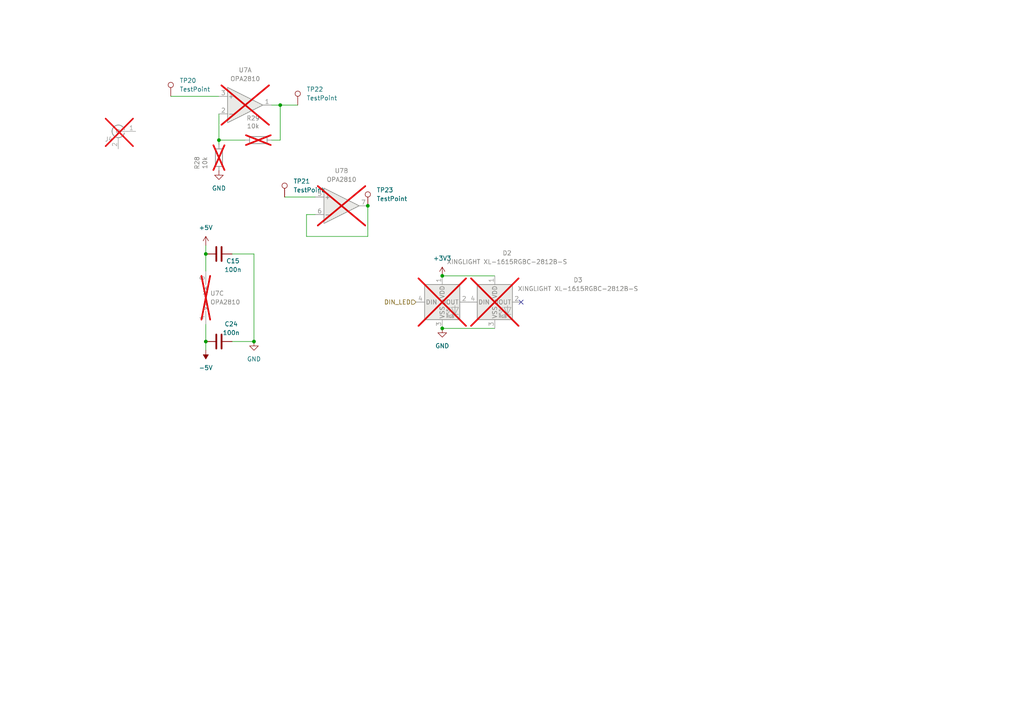
<source format=kicad_sch>
(kicad_sch
	(version 20250114)
	(generator "eeschema")
	(generator_version "9.0")
	(uuid "4153a211-6dd5-4016-84d7-d67d9364fe26")
	(paper "A4")
	(lib_symbols
		(symbol "Amplifier_Operational:LM358"
			(pin_names
				(offset 0.127)
			)
			(exclude_from_sim no)
			(in_bom yes)
			(on_board yes)
			(property "Reference" "U"
				(at 0 5.08 0)
				(effects
					(font
						(size 1.27 1.27)
					)
					(justify left)
				)
			)
			(property "Value" "LM358"
				(at 0 -5.08 0)
				(effects
					(font
						(size 1.27 1.27)
					)
					(justify left)
				)
			)
			(property "Footprint" ""
				(at 0 0 0)
				(effects
					(font
						(size 1.27 1.27)
					)
					(hide yes)
				)
			)
			(property "Datasheet" "http://www.ti.com/lit/ds/symlink/lm2904-n.pdf"
				(at 0 0 0)
				(effects
					(font
						(size 1.27 1.27)
					)
					(hide yes)
				)
			)
			(property "Description" "Low-Power, Dual Operational Amplifiers, DIP-8/SOIC-8/TO-99-8"
				(at 0 0 0)
				(effects
					(font
						(size 1.27 1.27)
					)
					(hide yes)
				)
			)
			(property "ki_locked" ""
				(at 0 0 0)
				(effects
					(font
						(size 1.27 1.27)
					)
				)
			)
			(property "ki_keywords" "dual opamp"
				(at 0 0 0)
				(effects
					(font
						(size 1.27 1.27)
					)
					(hide yes)
				)
			)
			(property "ki_fp_filters" "SOIC*3.9x4.9mm*P1.27mm* DIP*W7.62mm* TO*99* OnSemi*Micro8* TSSOP*3x3mm*P0.65mm* TSSOP*4.4x3mm*P0.65mm* MSOP*3x3mm*P0.65mm* SSOP*3.9x4.9mm*P0.635mm* LFCSP*2x2mm*P0.5mm* *SIP* SOIC*5.3x6.2mm*P1.27mm*"
				(at 0 0 0)
				(effects
					(font
						(size 1.27 1.27)
					)
					(hide yes)
				)
			)
			(symbol "LM358_1_1"
				(polyline
					(pts
						(xy -5.08 5.08) (xy 5.08 0) (xy -5.08 -5.08) (xy -5.08 5.08)
					)
					(stroke
						(width 0.254)
						(type default)
					)
					(fill
						(type background)
					)
				)
				(pin input line
					(at -7.62 2.54 0)
					(length 2.54)
					(name "+"
						(effects
							(font
								(size 1.27 1.27)
							)
						)
					)
					(number "3"
						(effects
							(font
								(size 1.27 1.27)
							)
						)
					)
				)
				(pin input line
					(at -7.62 -2.54 0)
					(length 2.54)
					(name "-"
						(effects
							(font
								(size 1.27 1.27)
							)
						)
					)
					(number "2"
						(effects
							(font
								(size 1.27 1.27)
							)
						)
					)
				)
				(pin output line
					(at 7.62 0 180)
					(length 2.54)
					(name "~"
						(effects
							(font
								(size 1.27 1.27)
							)
						)
					)
					(number "1"
						(effects
							(font
								(size 1.27 1.27)
							)
						)
					)
				)
			)
			(symbol "LM358_2_1"
				(polyline
					(pts
						(xy -5.08 5.08) (xy 5.08 0) (xy -5.08 -5.08) (xy -5.08 5.08)
					)
					(stroke
						(width 0.254)
						(type default)
					)
					(fill
						(type background)
					)
				)
				(pin input line
					(at -7.62 2.54 0)
					(length 2.54)
					(name "+"
						(effects
							(font
								(size 1.27 1.27)
							)
						)
					)
					(number "5"
						(effects
							(font
								(size 1.27 1.27)
							)
						)
					)
				)
				(pin input line
					(at -7.62 -2.54 0)
					(length 2.54)
					(name "-"
						(effects
							(font
								(size 1.27 1.27)
							)
						)
					)
					(number "6"
						(effects
							(font
								(size 1.27 1.27)
							)
						)
					)
				)
				(pin output line
					(at 7.62 0 180)
					(length 2.54)
					(name "~"
						(effects
							(font
								(size 1.27 1.27)
							)
						)
					)
					(number "7"
						(effects
							(font
								(size 1.27 1.27)
							)
						)
					)
				)
			)
			(symbol "LM358_3_1"
				(pin power_in line
					(at -2.54 7.62 270)
					(length 3.81)
					(name "V+"
						(effects
							(font
								(size 1.27 1.27)
							)
						)
					)
					(number "8"
						(effects
							(font
								(size 1.27 1.27)
							)
						)
					)
				)
				(pin power_in line
					(at -2.54 -7.62 90)
					(length 3.81)
					(name "V-"
						(effects
							(font
								(size 1.27 1.27)
							)
						)
					)
					(number "4"
						(effects
							(font
								(size 1.27 1.27)
							)
						)
					)
				)
			)
			(embedded_fonts no)
		)
		(symbol "Connector:Conn_Coaxial"
			(pin_names
				(offset 1.016)
				(hide yes)
			)
			(exclude_from_sim no)
			(in_bom yes)
			(on_board yes)
			(property "Reference" "J"
				(at 0.254 3.048 0)
				(effects
					(font
						(size 1.27 1.27)
					)
				)
			)
			(property "Value" "Conn_Coaxial"
				(at 2.921 0 90)
				(effects
					(font
						(size 1.27 1.27)
					)
				)
			)
			(property "Footprint" ""
				(at 0 0 0)
				(effects
					(font
						(size 1.27 1.27)
					)
					(hide yes)
				)
			)
			(property "Datasheet" "~"
				(at 0 0 0)
				(effects
					(font
						(size 1.27 1.27)
					)
					(hide yes)
				)
			)
			(property "Description" "coaxial connector (BNC, SMA, SMB, SMC, Cinch/RCA, LEMO, ...)"
				(at 0 0 0)
				(effects
					(font
						(size 1.27 1.27)
					)
					(hide yes)
				)
			)
			(property "ki_keywords" "BNC SMA SMB SMC LEMO coaxial connector CINCH RCA MCX MMCX U.FL UMRF"
				(at 0 0 0)
				(effects
					(font
						(size 1.27 1.27)
					)
					(hide yes)
				)
			)
			(property "ki_fp_filters" "*BNC* *SMA* *SMB* *SMC* *Cinch* *LEMO* *UMRF* *MCX* *U.FL*"
				(at 0 0 0)
				(effects
					(font
						(size 1.27 1.27)
					)
					(hide yes)
				)
			)
			(symbol "Conn_Coaxial_0_1"
				(polyline
					(pts
						(xy -2.54 0) (xy -0.508 0)
					)
					(stroke
						(width 0)
						(type default)
					)
					(fill
						(type none)
					)
				)
				(arc
					(start 1.778 0)
					(mid 0.222 -1.8079)
					(end -1.778 -0.508)
					(stroke
						(width 0.254)
						(type default)
					)
					(fill
						(type none)
					)
				)
				(arc
					(start -1.778 0.508)
					(mid 0.2221 1.8084)
					(end 1.778 0)
					(stroke
						(width 0.254)
						(type default)
					)
					(fill
						(type none)
					)
				)
				(circle
					(center 0 0)
					(radius 0.508)
					(stroke
						(width 0.2032)
						(type default)
					)
					(fill
						(type none)
					)
				)
				(polyline
					(pts
						(xy 0 -2.54) (xy 0 -1.778)
					)
					(stroke
						(width 0)
						(type default)
					)
					(fill
						(type none)
					)
				)
			)
			(symbol "Conn_Coaxial_1_1"
				(pin passive line
					(at -5.08 0 0)
					(length 2.54)
					(name "In"
						(effects
							(font
								(size 1.27 1.27)
							)
						)
					)
					(number "1"
						(effects
							(font
								(size 1.27 1.27)
							)
						)
					)
				)
				(pin passive line
					(at 0 -5.08 90)
					(length 2.54)
					(name "Ext"
						(effects
							(font
								(size 1.27 1.27)
							)
						)
					)
					(number "2"
						(effects
							(font
								(size 1.27 1.27)
							)
						)
					)
				)
			)
			(embedded_fonts no)
		)
		(symbol "Connector:TestPoint"
			(pin_numbers
				(hide yes)
			)
			(pin_names
				(offset 0.762)
				(hide yes)
			)
			(exclude_from_sim no)
			(in_bom yes)
			(on_board yes)
			(property "Reference" "TP"
				(at 0 6.858 0)
				(effects
					(font
						(size 1.27 1.27)
					)
				)
			)
			(property "Value" "TestPoint"
				(at 0 5.08 0)
				(effects
					(font
						(size 1.27 1.27)
					)
				)
			)
			(property "Footprint" ""
				(at 5.08 0 0)
				(effects
					(font
						(size 1.27 1.27)
					)
					(hide yes)
				)
			)
			(property "Datasheet" "~"
				(at 5.08 0 0)
				(effects
					(font
						(size 1.27 1.27)
					)
					(hide yes)
				)
			)
			(property "Description" "test point"
				(at 0 0 0)
				(effects
					(font
						(size 1.27 1.27)
					)
					(hide yes)
				)
			)
			(property "ki_keywords" "test point tp"
				(at 0 0 0)
				(effects
					(font
						(size 1.27 1.27)
					)
					(hide yes)
				)
			)
			(property "ki_fp_filters" "Pin* Test*"
				(at 0 0 0)
				(effects
					(font
						(size 1.27 1.27)
					)
					(hide yes)
				)
			)
			(symbol "TestPoint_0_1"
				(circle
					(center 0 3.302)
					(radius 0.762)
					(stroke
						(width 0)
						(type default)
					)
					(fill
						(type none)
					)
				)
			)
			(symbol "TestPoint_1_1"
				(pin passive line
					(at 0 0 90)
					(length 2.54)
					(name "1"
						(effects
							(font
								(size 1.27 1.27)
							)
						)
					)
					(number "1"
						(effects
							(font
								(size 1.27 1.27)
							)
						)
					)
				)
			)
			(embedded_fonts no)
		)
		(symbol "Device:C"
			(pin_numbers
				(hide yes)
			)
			(pin_names
				(offset 0.254)
			)
			(exclude_from_sim no)
			(in_bom yes)
			(on_board yes)
			(property "Reference" "C"
				(at 0.635 2.54 0)
				(effects
					(font
						(size 1.27 1.27)
					)
					(justify left)
				)
			)
			(property "Value" "C"
				(at 0.635 -2.54 0)
				(effects
					(font
						(size 1.27 1.27)
					)
					(justify left)
				)
			)
			(property "Footprint" ""
				(at 0.9652 -3.81 0)
				(effects
					(font
						(size 1.27 1.27)
					)
					(hide yes)
				)
			)
			(property "Datasheet" "~"
				(at 0 0 0)
				(effects
					(font
						(size 1.27 1.27)
					)
					(hide yes)
				)
			)
			(property "Description" "Unpolarized capacitor"
				(at 0 0 0)
				(effects
					(font
						(size 1.27 1.27)
					)
					(hide yes)
				)
			)
			(property "ki_keywords" "cap capacitor"
				(at 0 0 0)
				(effects
					(font
						(size 1.27 1.27)
					)
					(hide yes)
				)
			)
			(property "ki_fp_filters" "C_*"
				(at 0 0 0)
				(effects
					(font
						(size 1.27 1.27)
					)
					(hide yes)
				)
			)
			(symbol "C_0_1"
				(polyline
					(pts
						(xy -2.032 0.762) (xy 2.032 0.762)
					)
					(stroke
						(width 0.508)
						(type default)
					)
					(fill
						(type none)
					)
				)
				(polyline
					(pts
						(xy -2.032 -0.762) (xy 2.032 -0.762)
					)
					(stroke
						(width 0.508)
						(type default)
					)
					(fill
						(type none)
					)
				)
			)
			(symbol "C_1_1"
				(pin passive line
					(at 0 3.81 270)
					(length 2.794)
					(name "~"
						(effects
							(font
								(size 1.27 1.27)
							)
						)
					)
					(number "1"
						(effects
							(font
								(size 1.27 1.27)
							)
						)
					)
				)
				(pin passive line
					(at 0 -3.81 90)
					(length 2.794)
					(name "~"
						(effects
							(font
								(size 1.27 1.27)
							)
						)
					)
					(number "2"
						(effects
							(font
								(size 1.27 1.27)
							)
						)
					)
				)
			)
			(embedded_fonts no)
		)
		(symbol "Device:R"
			(pin_numbers
				(hide yes)
			)
			(pin_names
				(offset 0)
			)
			(exclude_from_sim no)
			(in_bom yes)
			(on_board yes)
			(property "Reference" "R"
				(at 2.032 0 90)
				(effects
					(font
						(size 1.27 1.27)
					)
				)
			)
			(property "Value" "R"
				(at 0 0 90)
				(effects
					(font
						(size 1.27 1.27)
					)
				)
			)
			(property "Footprint" ""
				(at -1.778 0 90)
				(effects
					(font
						(size 1.27 1.27)
					)
					(hide yes)
				)
			)
			(property "Datasheet" "~"
				(at 0 0 0)
				(effects
					(font
						(size 1.27 1.27)
					)
					(hide yes)
				)
			)
			(property "Description" "Resistor"
				(at 0 0 0)
				(effects
					(font
						(size 1.27 1.27)
					)
					(hide yes)
				)
			)
			(property "ki_keywords" "R res resistor"
				(at 0 0 0)
				(effects
					(font
						(size 1.27 1.27)
					)
					(hide yes)
				)
			)
			(property "ki_fp_filters" "R_*"
				(at 0 0 0)
				(effects
					(font
						(size 1.27 1.27)
					)
					(hide yes)
				)
			)
			(symbol "R_0_1"
				(rectangle
					(start -1.016 -2.54)
					(end 1.016 2.54)
					(stroke
						(width 0.254)
						(type default)
					)
					(fill
						(type none)
					)
				)
			)
			(symbol "R_1_1"
				(pin passive line
					(at 0 3.81 270)
					(length 1.27)
					(name "~"
						(effects
							(font
								(size 1.27 1.27)
							)
						)
					)
					(number "1"
						(effects
							(font
								(size 1.27 1.27)
							)
						)
					)
				)
				(pin passive line
					(at 0 -3.81 90)
					(length 1.27)
					(name "~"
						(effects
							(font
								(size 1.27 1.27)
							)
						)
					)
					(number "2"
						(effects
							(font
								(size 1.27 1.27)
							)
						)
					)
				)
			)
			(embedded_fonts no)
		)
		(symbol "LED:WS2812B"
			(pin_names
				(offset 0.254)
			)
			(exclude_from_sim no)
			(in_bom yes)
			(on_board yes)
			(property "Reference" "D"
				(at 5.08 5.715 0)
				(effects
					(font
						(size 1.27 1.27)
					)
					(justify right bottom)
				)
			)
			(property "Value" "WS2812B"
				(at 1.27 -5.715 0)
				(effects
					(font
						(size 1.27 1.27)
					)
					(justify left top)
				)
			)
			(property "Footprint" "LED_SMD:LED_WS2812B_PLCC4_5.0x5.0mm_P3.2mm"
				(at 1.27 -7.62 0)
				(effects
					(font
						(size 1.27 1.27)
					)
					(justify left top)
					(hide yes)
				)
			)
			(property "Datasheet" "https://cdn-shop.adafruit.com/datasheets/WS2812B.pdf"
				(at 2.54 -9.525 0)
				(effects
					(font
						(size 1.27 1.27)
					)
					(justify left top)
					(hide yes)
				)
			)
			(property "Description" "RGB LED with integrated controller"
				(at 0 0 0)
				(effects
					(font
						(size 1.27 1.27)
					)
					(hide yes)
				)
			)
			(property "ki_keywords" "RGB LED NeoPixel addressable"
				(at 0 0 0)
				(effects
					(font
						(size 1.27 1.27)
					)
					(hide yes)
				)
			)
			(property "ki_fp_filters" "LED*WS2812*PLCC*5.0x5.0mm*P3.2mm*"
				(at 0 0 0)
				(effects
					(font
						(size 1.27 1.27)
					)
					(hide yes)
				)
			)
			(symbol "WS2812B_0_0"
				(text "RGB"
					(at 2.286 -4.191 0)
					(effects
						(font
							(size 0.762 0.762)
						)
					)
				)
			)
			(symbol "WS2812B_0_1"
				(polyline
					(pts
						(xy 1.27 -2.54) (xy 1.778 -2.54)
					)
					(stroke
						(width 0)
						(type default)
					)
					(fill
						(type none)
					)
				)
				(polyline
					(pts
						(xy 1.27 -3.556) (xy 1.778 -3.556)
					)
					(stroke
						(width 0)
						(type default)
					)
					(fill
						(type none)
					)
				)
				(polyline
					(pts
						(xy 2.286 -1.524) (xy 1.27 -2.54) (xy 1.27 -2.032)
					)
					(stroke
						(width 0)
						(type default)
					)
					(fill
						(type none)
					)
				)
				(polyline
					(pts
						(xy 2.286 -2.54) (xy 1.27 -3.556) (xy 1.27 -3.048)
					)
					(stroke
						(width 0)
						(type default)
					)
					(fill
						(type none)
					)
				)
				(polyline
					(pts
						(xy 3.683 -1.016) (xy 3.683 -3.556) (xy 3.683 -4.064)
					)
					(stroke
						(width 0)
						(type default)
					)
					(fill
						(type none)
					)
				)
				(polyline
					(pts
						(xy 4.699 -1.524) (xy 2.667 -1.524) (xy 3.683 -3.556) (xy 4.699 -1.524)
					)
					(stroke
						(width 0)
						(type default)
					)
					(fill
						(type none)
					)
				)
				(polyline
					(pts
						(xy 4.699 -3.556) (xy 2.667 -3.556)
					)
					(stroke
						(width 0)
						(type default)
					)
					(fill
						(type none)
					)
				)
				(rectangle
					(start 5.08 5.08)
					(end -5.08 -5.08)
					(stroke
						(width 0.254)
						(type default)
					)
					(fill
						(type background)
					)
				)
			)
			(symbol "WS2812B_1_1"
				(pin input line
					(at -7.62 0 0)
					(length 2.54)
					(name "DIN"
						(effects
							(font
								(size 1.27 1.27)
							)
						)
					)
					(number "4"
						(effects
							(font
								(size 1.27 1.27)
							)
						)
					)
				)
				(pin power_in line
					(at 0 7.62 270)
					(length 2.54)
					(name "VDD"
						(effects
							(font
								(size 1.27 1.27)
							)
						)
					)
					(number "1"
						(effects
							(font
								(size 1.27 1.27)
							)
						)
					)
				)
				(pin power_in line
					(at 0 -7.62 90)
					(length 2.54)
					(name "VSS"
						(effects
							(font
								(size 1.27 1.27)
							)
						)
					)
					(number "3"
						(effects
							(font
								(size 1.27 1.27)
							)
						)
					)
				)
				(pin output line
					(at 7.62 0 180)
					(length 2.54)
					(name "DOUT"
						(effects
							(font
								(size 1.27 1.27)
							)
						)
					)
					(number "2"
						(effects
							(font
								(size 1.27 1.27)
							)
						)
					)
				)
			)
			(embedded_fonts no)
		)
		(symbol "power:+3V3"
			(power)
			(pin_numbers
				(hide yes)
			)
			(pin_names
				(offset 0)
				(hide yes)
			)
			(exclude_from_sim no)
			(in_bom yes)
			(on_board yes)
			(property "Reference" "#PWR"
				(at 0 -3.81 0)
				(effects
					(font
						(size 1.27 1.27)
					)
					(hide yes)
				)
			)
			(property "Value" "+3V3"
				(at 0 3.556 0)
				(effects
					(font
						(size 1.27 1.27)
					)
				)
			)
			(property "Footprint" ""
				(at 0 0 0)
				(effects
					(font
						(size 1.27 1.27)
					)
					(hide yes)
				)
			)
			(property "Datasheet" ""
				(at 0 0 0)
				(effects
					(font
						(size 1.27 1.27)
					)
					(hide yes)
				)
			)
			(property "Description" "Power symbol creates a global label with name \"+3V3\""
				(at 0 0 0)
				(effects
					(font
						(size 1.27 1.27)
					)
					(hide yes)
				)
			)
			(property "ki_keywords" "global power"
				(at 0 0 0)
				(effects
					(font
						(size 1.27 1.27)
					)
					(hide yes)
				)
			)
			(symbol "+3V3_0_1"
				(polyline
					(pts
						(xy -0.762 1.27) (xy 0 2.54)
					)
					(stroke
						(width 0)
						(type default)
					)
					(fill
						(type none)
					)
				)
				(polyline
					(pts
						(xy 0 2.54) (xy 0.762 1.27)
					)
					(stroke
						(width 0)
						(type default)
					)
					(fill
						(type none)
					)
				)
				(polyline
					(pts
						(xy 0 0) (xy 0 2.54)
					)
					(stroke
						(width 0)
						(type default)
					)
					(fill
						(type none)
					)
				)
			)
			(symbol "+3V3_1_1"
				(pin power_in line
					(at 0 0 90)
					(length 0)
					(name "~"
						(effects
							(font
								(size 1.27 1.27)
							)
						)
					)
					(number "1"
						(effects
							(font
								(size 1.27 1.27)
							)
						)
					)
				)
			)
			(embedded_fonts no)
		)
		(symbol "power:+5V"
			(power)
			(pin_numbers
				(hide yes)
			)
			(pin_names
				(offset 0)
				(hide yes)
			)
			(exclude_from_sim no)
			(in_bom yes)
			(on_board yes)
			(property "Reference" "#PWR"
				(at 0 -3.81 0)
				(effects
					(font
						(size 1.27 1.27)
					)
					(hide yes)
				)
			)
			(property "Value" "+5V"
				(at 0 3.556 0)
				(effects
					(font
						(size 1.27 1.27)
					)
				)
			)
			(property "Footprint" ""
				(at 0 0 0)
				(effects
					(font
						(size 1.27 1.27)
					)
					(hide yes)
				)
			)
			(property "Datasheet" ""
				(at 0 0 0)
				(effects
					(font
						(size 1.27 1.27)
					)
					(hide yes)
				)
			)
			(property "Description" "Power symbol creates a global label with name \"+5V\""
				(at 0 0 0)
				(effects
					(font
						(size 1.27 1.27)
					)
					(hide yes)
				)
			)
			(property "ki_keywords" "global power"
				(at 0 0 0)
				(effects
					(font
						(size 1.27 1.27)
					)
					(hide yes)
				)
			)
			(symbol "+5V_0_1"
				(polyline
					(pts
						(xy -0.762 1.27) (xy 0 2.54)
					)
					(stroke
						(width 0)
						(type default)
					)
					(fill
						(type none)
					)
				)
				(polyline
					(pts
						(xy 0 2.54) (xy 0.762 1.27)
					)
					(stroke
						(width 0)
						(type default)
					)
					(fill
						(type none)
					)
				)
				(polyline
					(pts
						(xy 0 0) (xy 0 2.54)
					)
					(stroke
						(width 0)
						(type default)
					)
					(fill
						(type none)
					)
				)
			)
			(symbol "+5V_1_1"
				(pin power_in line
					(at 0 0 90)
					(length 0)
					(name "~"
						(effects
							(font
								(size 1.27 1.27)
							)
						)
					)
					(number "1"
						(effects
							(font
								(size 1.27 1.27)
							)
						)
					)
				)
			)
			(embedded_fonts no)
		)
		(symbol "power:-5V"
			(power)
			(pin_numbers
				(hide yes)
			)
			(pin_names
				(offset 0)
				(hide yes)
			)
			(exclude_from_sim no)
			(in_bom yes)
			(on_board yes)
			(property "Reference" "#PWR"
				(at 0 -3.81 0)
				(effects
					(font
						(size 1.27 1.27)
					)
					(hide yes)
				)
			)
			(property "Value" "-5V"
				(at 0 3.556 0)
				(effects
					(font
						(size 1.27 1.27)
					)
				)
			)
			(property "Footprint" ""
				(at 0 0 0)
				(effects
					(font
						(size 1.27 1.27)
					)
					(hide yes)
				)
			)
			(property "Datasheet" ""
				(at 0 0 0)
				(effects
					(font
						(size 1.27 1.27)
					)
					(hide yes)
				)
			)
			(property "Description" "Power symbol creates a global label with name \"-5V\""
				(at 0 0 0)
				(effects
					(font
						(size 1.27 1.27)
					)
					(hide yes)
				)
			)
			(property "ki_keywords" "global power"
				(at 0 0 0)
				(effects
					(font
						(size 1.27 1.27)
					)
					(hide yes)
				)
			)
			(symbol "-5V_0_0"
				(pin power_in line
					(at 0 0 90)
					(length 0)
					(name "~"
						(effects
							(font
								(size 1.27 1.27)
							)
						)
					)
					(number "1"
						(effects
							(font
								(size 1.27 1.27)
							)
						)
					)
				)
			)
			(symbol "-5V_0_1"
				(polyline
					(pts
						(xy 0 0) (xy 0 1.27) (xy 0.762 1.27) (xy 0 2.54) (xy -0.762 1.27) (xy 0 1.27)
					)
					(stroke
						(width 0)
						(type default)
					)
					(fill
						(type outline)
					)
				)
			)
			(embedded_fonts no)
		)
		(symbol "power:GND"
			(power)
			(pin_numbers
				(hide yes)
			)
			(pin_names
				(offset 0)
				(hide yes)
			)
			(exclude_from_sim no)
			(in_bom yes)
			(on_board yes)
			(property "Reference" "#PWR"
				(at 0 -6.35 0)
				(effects
					(font
						(size 1.27 1.27)
					)
					(hide yes)
				)
			)
			(property "Value" "GND"
				(at 0 -3.81 0)
				(effects
					(font
						(size 1.27 1.27)
					)
				)
			)
			(property "Footprint" ""
				(at 0 0 0)
				(effects
					(font
						(size 1.27 1.27)
					)
					(hide yes)
				)
			)
			(property "Datasheet" ""
				(at 0 0 0)
				(effects
					(font
						(size 1.27 1.27)
					)
					(hide yes)
				)
			)
			(property "Description" "Power symbol creates a global label with name \"GND\" , ground"
				(at 0 0 0)
				(effects
					(font
						(size 1.27 1.27)
					)
					(hide yes)
				)
			)
			(property "ki_keywords" "global power"
				(at 0 0 0)
				(effects
					(font
						(size 1.27 1.27)
					)
					(hide yes)
				)
			)
			(symbol "GND_0_1"
				(polyline
					(pts
						(xy 0 0) (xy 0 -1.27) (xy 1.27 -1.27) (xy 0 -2.54) (xy -1.27 -1.27) (xy 0 -1.27)
					)
					(stroke
						(width 0)
						(type default)
					)
					(fill
						(type none)
					)
				)
			)
			(symbol "GND_1_1"
				(pin power_in line
					(at 0 0 270)
					(length 0)
					(name "~"
						(effects
							(font
								(size 1.27 1.27)
							)
						)
					)
					(number "1"
						(effects
							(font
								(size 1.27 1.27)
							)
						)
					)
				)
			)
			(embedded_fonts no)
		)
	)
	(junction
		(at 106.68 59.69)
		(diameter 0)
		(color 0 0 0 0)
		(uuid "35ec728f-8fe3-489a-ade1-4d3b3029c933")
	)
	(junction
		(at 128.27 80.01)
		(diameter 0)
		(color 0 0 0 0)
		(uuid "aa365c19-61c4-4109-999b-e1991af4c678")
	)
	(junction
		(at 59.69 99.06)
		(diameter 0)
		(color 0 0 0 0)
		(uuid "b63eb512-e77a-4d4b-947f-9ab6356fa6c9")
	)
	(junction
		(at 81.28 30.48)
		(diameter 0)
		(color 0 0 0 0)
		(uuid "b8e54788-2e9d-44e6-8129-febbd709edb5")
	)
	(junction
		(at 73.66 99.06)
		(diameter 0)
		(color 0 0 0 0)
		(uuid "c9c48dbb-c82e-4fba-bb20-87c8aaeb1ec9")
	)
	(junction
		(at 63.5 40.64)
		(diameter 0)
		(color 0 0 0 0)
		(uuid "e467de0b-d8fb-4bcf-ab75-9dedffd7ea1c")
	)
	(junction
		(at 59.69 73.66)
		(diameter 0)
		(color 0 0 0 0)
		(uuid "e7c50027-8539-44bc-a145-a38359297ffc")
	)
	(junction
		(at 128.27 95.25)
		(diameter 0)
		(color 0 0 0 0)
		(uuid "fe9f5ac3-fd6d-4580-9b19-615ccbd890e5")
	)
	(no_connect
		(at 151.13 87.63)
		(uuid "185f4bb5-d129-4ae3-8716-6fd5a6be10b7")
	)
	(wire
		(pts
			(xy 81.28 40.64) (xy 81.28 30.48)
		)
		(stroke
			(width 0)
			(type default)
		)
		(uuid "0687e6ae-6e7b-4f08-8ddb-83574c785a30")
	)
	(wire
		(pts
			(xy 59.69 93.98) (xy 59.69 99.06)
		)
		(stroke
			(width 0)
			(type default)
		)
		(uuid "0782c8da-27b2-456b-9e5d-96661c6c333d")
	)
	(wire
		(pts
			(xy 86.36 30.48) (xy 81.28 30.48)
		)
		(stroke
			(width 0)
			(type default)
		)
		(uuid "113057b2-b6b0-432e-91ad-d492447aed46")
	)
	(wire
		(pts
			(xy 128.27 80.01) (xy 143.51 80.01)
		)
		(stroke
			(width 0)
			(type default)
		)
		(uuid "1bd8fd20-f52a-48df-be66-f758388387f8")
	)
	(wire
		(pts
			(xy 71.12 40.64) (xy 63.5 40.64)
		)
		(stroke
			(width 0)
			(type default)
		)
		(uuid "1d47147e-3907-4452-b42d-260c40a637c4")
	)
	(wire
		(pts
			(xy 82.55 57.15) (xy 91.44 57.15)
		)
		(stroke
			(width 0)
			(type default)
		)
		(uuid "277f75cc-9dd1-4284-98bc-0d172f4d625c")
	)
	(wire
		(pts
			(xy 73.66 99.06) (xy 73.66 73.66)
		)
		(stroke
			(width 0)
			(type default)
		)
		(uuid "2f9e257e-2e90-4eee-a3f7-1e6e987db417")
	)
	(wire
		(pts
			(xy 88.9 62.23) (xy 88.9 68.58)
		)
		(stroke
			(width 0)
			(type default)
		)
		(uuid "4deda117-5a69-4187-b6e2-df0d449951a8")
	)
	(wire
		(pts
			(xy 91.44 62.23) (xy 88.9 62.23)
		)
		(stroke
			(width 0)
			(type default)
		)
		(uuid "54016ec9-b8bc-4b4b-8e16-796060406f6a")
	)
	(wire
		(pts
			(xy 128.27 95.25) (xy 143.51 95.25)
		)
		(stroke
			(width 0)
			(type default)
		)
		(uuid "5670eeb7-1933-4667-a0cd-8a5ee4a6fb6a")
	)
	(wire
		(pts
			(xy 49.53 27.94) (xy 63.5 27.94)
		)
		(stroke
			(width 0)
			(type default)
		)
		(uuid "658d29da-97b4-4d07-a43c-22e85b778c61")
	)
	(wire
		(pts
			(xy 88.9 68.58) (xy 106.68 68.58)
		)
		(stroke
			(width 0)
			(type default)
		)
		(uuid "6ac8b999-220c-46ad-9993-0ec836e83ede")
	)
	(wire
		(pts
			(xy 59.69 71.12) (xy 59.69 73.66)
		)
		(stroke
			(width 0)
			(type default)
		)
		(uuid "706551ec-834a-454d-a738-70c0b085bdb3")
	)
	(wire
		(pts
			(xy 59.69 78.74) (xy 59.69 73.66)
		)
		(stroke
			(width 0)
			(type default)
		)
		(uuid "7b5752b7-5f93-4df5-ad9d-a459a58a6fe7")
	)
	(wire
		(pts
			(xy 59.69 101.6) (xy 59.69 99.06)
		)
		(stroke
			(width 0)
			(type default)
		)
		(uuid "8d3a7e90-0d82-42ab-8f4e-79490a92251a")
	)
	(wire
		(pts
			(xy 73.66 73.66) (xy 67.31 73.66)
		)
		(stroke
			(width 0)
			(type default)
		)
		(uuid "9d4f33d3-a4f3-4e7b-9dcd-5706866d62cc")
	)
	(wire
		(pts
			(xy 106.68 59.69) (xy 106.68 68.58)
		)
		(stroke
			(width 0)
			(type default)
		)
		(uuid "aad31fda-ead9-4018-b5ef-14b8dcfd5f52")
	)
	(wire
		(pts
			(xy 63.5 33.02) (xy 63.5 40.64)
		)
		(stroke
			(width 0)
			(type default)
		)
		(uuid "b0d46cf2-5242-4b01-876f-499c3d795646")
	)
	(wire
		(pts
			(xy 78.74 40.64) (xy 81.28 40.64)
		)
		(stroke
			(width 0)
			(type default)
		)
		(uuid "bcf0ae43-fa6d-428f-984a-2bf2e1ff87dc")
	)
	(wire
		(pts
			(xy 63.5 40.64) (xy 63.5 41.91)
		)
		(stroke
			(width 0)
			(type default)
		)
		(uuid "dbc4e71a-1218-4838-bd9f-3177ac93dcef")
	)
	(wire
		(pts
			(xy 81.28 30.48) (xy 78.74 30.48)
		)
		(stroke
			(width 0)
			(type default)
		)
		(uuid "dc12713d-c100-46e2-b609-0c4c1b6f106d")
	)
	(wire
		(pts
			(xy 67.31 99.06) (xy 73.66 99.06)
		)
		(stroke
			(width 0)
			(type default)
		)
		(uuid "e7061f8a-f556-4231-a940-cf665deedec4")
	)
	(hierarchical_label "DIN_LED"
		(shape input)
		(at 120.65 87.63 180)
		(effects
			(font
				(size 1.27 1.27)
			)
			(justify right)
		)
		(uuid "3d784146-9a80-4f51-aa4d-b1472410072d")
	)
	(symbol
		(lib_id "Connector:Conn_Coaxial")
		(at 34.29 38.1 0)
		(mirror y)
		(unit 1)
		(exclude_from_sim no)
		(in_bom yes)
		(on_board yes)
		(dnp yes)
		(uuid "1adf682b-a008-44d7-a522-d0cf65adf631")
		(property "Reference" "J4"
			(at 32.766 40.386 0)
			(effects
				(font
					(size 1.27 1.27)
				)
				(justify left)
			)
		)
		(property "Value" "Conn_Coaxial"
			(at 30.48 39.6631 0)
			(effects
				(font
					(size 1.27 1.27)
				)
				(justify left)
				(hide yes)
			)
		)
		(property "Footprint" "Snapeda:BNC_Gold"
			(at 34.29 38.1 0)
			(effects
				(font
					(size 1.27 1.27)
				)
				(hide yes)
			)
		)
		(property "Datasheet" "~"
			(at 34.29 38.1 0)
			(effects
				(font
					(size 1.27 1.27)
				)
				(hide yes)
			)
		)
		(property "Description" "coaxial connector (BNC, SMA, SMB, SMC, Cinch/RCA, LEMO, ...)"
			(at 34.29 38.1 0)
			(effects
				(font
					(size 1.27 1.27)
				)
				(hide yes)
			)
		)
		(pin "1"
			(uuid "96a8eb6b-273a-4b45-bfd4-88555f9975ce")
		)
		(pin "2"
			(uuid "d0a6ad3f-1d6a-4428-bbb6-8e38caf2fae6")
		)
		(instances
			(project "test_board"
				(path "/46ec7b9e-7ce4-471b-b2a3-117ade628de1/747f5f47-6192-4cf9-8581-e71f30d19b67"
					(reference "J4")
					(unit 1)
				)
			)
		)
	)
	(symbol
		(lib_id "Device:R")
		(at 74.93 40.64 90)
		(unit 1)
		(exclude_from_sim no)
		(in_bom yes)
		(on_board yes)
		(dnp yes)
		(uuid "31478af6-a489-4788-8fed-6e63f664f854")
		(property "Reference" "R29"
			(at 73.406 34.29 90)
			(effects
				(font
					(size 1.27 1.27)
				)
			)
		)
		(property "Value" "10k"
			(at 73.406 36.576 90)
			(effects
				(font
					(size 1.27 1.27)
				)
			)
		)
		(property "Footprint" "Resistor_SMD:R_0603_1608Metric_Pad0.98x0.95mm_HandSolder"
			(at 74.93 42.418 90)
			(effects
				(font
					(size 1.27 1.27)
				)
				(hide yes)
			)
		)
		(property "Datasheet" "~"
			(at 74.93 40.64 0)
			(effects
				(font
					(size 1.27 1.27)
				)
				(hide yes)
			)
		)
		(property "Description" "Resistor"
			(at 74.93 40.64 0)
			(effects
				(font
					(size 1.27 1.27)
				)
				(hide yes)
			)
		)
		(pin "2"
			(uuid "b4d209d2-486d-4a0b-ae60-d2f7f317e507")
		)
		(pin "1"
			(uuid "9b844c39-9fd7-4861-a953-56eb1a8405f0")
		)
		(instances
			(project "test_board"
				(path "/46ec7b9e-7ce4-471b-b2a3-117ade628de1/747f5f47-6192-4cf9-8581-e71f30d19b67"
					(reference "R29")
					(unit 1)
				)
			)
		)
	)
	(symbol
		(lib_id "power:-5V")
		(at 59.69 101.6 180)
		(unit 1)
		(exclude_from_sim no)
		(in_bom yes)
		(on_board yes)
		(dnp no)
		(fields_autoplaced yes)
		(uuid "32c73627-b6fb-4915-9a4a-de4f0e8e0f73")
		(property "Reference" "#PWR069"
			(at 59.69 97.79 0)
			(effects
				(font
					(size 1.27 1.27)
				)
				(hide yes)
			)
		)
		(property "Value" "-5V"
			(at 59.69 106.68 0)
			(effects
				(font
					(size 1.27 1.27)
				)
			)
		)
		(property "Footprint" ""
			(at 59.69 101.6 0)
			(effects
				(font
					(size 1.27 1.27)
				)
				(hide yes)
			)
		)
		(property "Datasheet" ""
			(at 59.69 101.6 0)
			(effects
				(font
					(size 1.27 1.27)
				)
				(hide yes)
			)
		)
		(property "Description" "Power symbol creates a global label with name \"-5V\""
			(at 59.69 101.6 0)
			(effects
				(font
					(size 1.27 1.27)
				)
				(hide yes)
			)
		)
		(pin "1"
			(uuid "ac920847-1cee-496a-814d-c3d23d60b023")
		)
		(instances
			(project "test_board"
				(path "/46ec7b9e-7ce4-471b-b2a3-117ade628de1/747f5f47-6192-4cf9-8581-e71f30d19b67"
					(reference "#PWR069")
					(unit 1)
				)
			)
		)
	)
	(symbol
		(lib_id "power:GND")
		(at 63.5 49.53 0)
		(mirror y)
		(unit 1)
		(exclude_from_sim no)
		(in_bom yes)
		(on_board yes)
		(dnp no)
		(fields_autoplaced yes)
		(uuid "36ee7644-247b-4bc1-b599-6433c55348ed")
		(property "Reference" "#PWR067"
			(at 63.5 55.88 0)
			(effects
				(font
					(size 1.27 1.27)
				)
				(hide yes)
			)
		)
		(property "Value" "GND"
			(at 63.5 54.61 0)
			(effects
				(font
					(size 1.27 1.27)
				)
			)
		)
		(property "Footprint" ""
			(at 63.5 49.53 0)
			(effects
				(font
					(size 1.27 1.27)
				)
				(hide yes)
			)
		)
		(property "Datasheet" ""
			(at 63.5 49.53 0)
			(effects
				(font
					(size 1.27 1.27)
				)
				(hide yes)
			)
		)
		(property "Description" "Power symbol creates a global label with name \"GND\" , ground"
			(at 63.5 49.53 0)
			(effects
				(font
					(size 1.27 1.27)
				)
				(hide yes)
			)
		)
		(pin "1"
			(uuid "1619519f-b5fb-4c56-a9c3-60728407ceef")
		)
		(instances
			(project "test_board"
				(path "/46ec7b9e-7ce4-471b-b2a3-117ade628de1/747f5f47-6192-4cf9-8581-e71f30d19b67"
					(reference "#PWR067")
					(unit 1)
				)
			)
		)
	)
	(symbol
		(lib_id "Device:C")
		(at 63.5 73.66 270)
		(unit 1)
		(exclude_from_sim no)
		(in_bom yes)
		(on_board yes)
		(dnp no)
		(uuid "4957b48d-6313-4973-9401-4fa3c1dbdbff")
		(property "Reference" "C15"
			(at 67.564 75.692 90)
			(effects
				(font
					(size 1.27 1.27)
				)
			)
		)
		(property "Value" "100n"
			(at 67.564 78.232 90)
			(effects
				(font
					(size 1.27 1.27)
				)
			)
		)
		(property "Footprint" "Capacitor_SMD:C_0603_1608Metric_Pad1.08x0.95mm_HandSolder"
			(at 59.69 74.6252 0)
			(effects
				(font
					(size 1.27 1.27)
				)
				(hide yes)
			)
		)
		(property "Datasheet" "~"
			(at 63.5 73.66 0)
			(effects
				(font
					(size 1.27 1.27)
				)
				(hide yes)
			)
		)
		(property "Description" "Unpolarized capacitor"
			(at 63.5 73.66 0)
			(effects
				(font
					(size 1.27 1.27)
				)
				(hide yes)
			)
		)
		(pin "2"
			(uuid "0bd7c3c8-1e86-4477-b2e4-6668dfc9ae68")
		)
		(pin "1"
			(uuid "2a2c785e-df68-4990-b79d-9d10958ed742")
		)
		(instances
			(project "test_board"
				(path "/46ec7b9e-7ce4-471b-b2a3-117ade628de1/747f5f47-6192-4cf9-8581-e71f30d19b67"
					(reference "C15")
					(unit 1)
				)
			)
		)
	)
	(symbol
		(lib_id "power:GND")
		(at 73.66 99.06 0)
		(unit 1)
		(exclude_from_sim no)
		(in_bom yes)
		(on_board yes)
		(dnp no)
		(fields_autoplaced yes)
		(uuid "8c3a60e1-781d-4adc-9ac1-f1a2790a63eb")
		(property "Reference" "#PWR070"
			(at 73.66 105.41 0)
			(effects
				(font
					(size 1.27 1.27)
				)
				(hide yes)
			)
		)
		(property "Value" "GND"
			(at 73.66 104.14 0)
			(effects
				(font
					(size 1.27 1.27)
				)
			)
		)
		(property "Footprint" ""
			(at 73.66 99.06 0)
			(effects
				(font
					(size 1.27 1.27)
				)
				(hide yes)
			)
		)
		(property "Datasheet" ""
			(at 73.66 99.06 0)
			(effects
				(font
					(size 1.27 1.27)
				)
				(hide yes)
			)
		)
		(property "Description" "Power symbol creates a global label with name \"GND\" , ground"
			(at 73.66 99.06 0)
			(effects
				(font
					(size 1.27 1.27)
				)
				(hide yes)
			)
		)
		(pin "1"
			(uuid "3573200b-412e-4828-81b9-cf9253ce99f4")
		)
		(instances
			(project "test_board"
				(path "/46ec7b9e-7ce4-471b-b2a3-117ade628de1/747f5f47-6192-4cf9-8581-e71f30d19b67"
					(reference "#PWR070")
					(unit 1)
				)
			)
		)
	)
	(symbol
		(lib_id "power:+3V3")
		(at 128.27 80.01 0)
		(unit 1)
		(exclude_from_sim no)
		(in_bom yes)
		(on_board yes)
		(dnp no)
		(fields_autoplaced yes)
		(uuid "919e6cef-605e-4ac5-9f36-3766ea018fe6")
		(property "Reference" "#PWR072"
			(at 128.27 83.82 0)
			(effects
				(font
					(size 1.27 1.27)
				)
				(hide yes)
			)
		)
		(property "Value" "+3V3"
			(at 128.27 74.93 0)
			(effects
				(font
					(size 1.27 1.27)
				)
			)
		)
		(property "Footprint" ""
			(at 128.27 80.01 0)
			(effects
				(font
					(size 1.27 1.27)
				)
				(hide yes)
			)
		)
		(property "Datasheet" ""
			(at 128.27 80.01 0)
			(effects
				(font
					(size 1.27 1.27)
				)
				(hide yes)
			)
		)
		(property "Description" "Power symbol creates a global label with name \"+3V3\""
			(at 128.27 80.01 0)
			(effects
				(font
					(size 1.27 1.27)
				)
				(hide yes)
			)
		)
		(pin "1"
			(uuid "3d402b62-4fda-43c7-bee3-3b49cc311fae")
		)
		(instances
			(project "test_board"
				(path "/46ec7b9e-7ce4-471b-b2a3-117ade628de1/747f5f47-6192-4cf9-8581-e71f30d19b67"
					(reference "#PWR072")
					(unit 1)
				)
			)
		)
	)
	(symbol
		(lib_id "Amplifier_Operational:LM358")
		(at 62.23 86.36 0)
		(unit 3)
		(exclude_from_sim no)
		(in_bom yes)
		(on_board yes)
		(dnp yes)
		(fields_autoplaced yes)
		(uuid "9e712bd4-8929-4bd4-a2cc-11b59c46c441")
		(property "Reference" "U7"
			(at 60.96 85.0899 0)
			(effects
				(font
					(size 1.27 1.27)
				)
				(justify left)
			)
		)
		(property "Value" "OPA2810"
			(at 60.96 87.6299 0)
			(effects
				(font
					(size 1.27 1.27)
				)
				(justify left)
			)
		)
		(property "Footprint" "Package_SO:SOIC-8_3.9x4.9mm_P1.27mm"
			(at 62.23 86.36 0)
			(effects
				(font
					(size 1.27 1.27)
				)
				(hide yes)
			)
		)
		(property "Datasheet" "http://www.ti.com/lit/ds/symlink/lm2904-n.pdf"
			(at 62.23 86.36 0)
			(effects
				(font
					(size 1.27 1.27)
				)
				(hide yes)
			)
		)
		(property "Description" "Low-Power, Dual Operational Amplifiers, DIP-8/SOIC-8/TO-99-8"
			(at 62.23 86.36 0)
			(effects
				(font
					(size 1.27 1.27)
				)
				(hide yes)
			)
		)
		(pin "1"
			(uuid "37d95fd8-7bfb-4041-a9b6-ce37a7c1fbed")
		)
		(pin "6"
			(uuid "3a1ff249-7d08-4a35-90fc-60c23d3b1aad")
		)
		(pin "3"
			(uuid "c7d9b5c6-3d5c-4b88-a884-829d13874806")
		)
		(pin "8"
			(uuid "77cf3c3a-e0d4-467a-ab34-c22eb7d763ba")
		)
		(pin "2"
			(uuid "22a74699-f043-48f7-b646-6df85c0b15d5")
		)
		(pin "5"
			(uuid "ebddec3e-d59a-4e1a-82d0-b27436e79ffc")
		)
		(pin "7"
			(uuid "d888e4c5-eca0-4b85-8f72-c2d1d6276f04")
		)
		(pin "4"
			(uuid "3aac6d4d-2ccf-4014-9ac3-2a63c7bb83d4")
		)
		(instances
			(project ""
				(path "/46ec7b9e-7ce4-471b-b2a3-117ade628de1/747f5f47-6192-4cf9-8581-e71f30d19b67"
					(reference "U7")
					(unit 3)
				)
			)
		)
	)
	(symbol
		(lib_id "LED:WS2812B")
		(at 143.51 87.63 0)
		(unit 1)
		(exclude_from_sim no)
		(in_bom yes)
		(on_board yes)
		(dnp yes)
		(fields_autoplaced yes)
		(uuid "a48a145c-42ae-4448-844e-e74d423f7ba1")
		(property "Reference" "D3"
			(at 167.64 81.2098 0)
			(effects
				(font
					(size 1.27 1.27)
				)
			)
		)
		(property "Value" "XINGLIGHT XL-1615RGBC-2812B-S"
			(at 167.64 83.7498 0)
			(effects
				(font
					(size 1.27 1.27)
				)
			)
		)
		(property "Footprint" "Snapeda:XINGLIGHT XL-1615RGBC-2812B-S"
			(at 144.78 95.25 0)
			(effects
				(font
					(size 1.27 1.27)
				)
				(justify left top)
				(hide yes)
			)
		)
		(property "Datasheet" "https://cdn-shop.adafruit.com/datasheets/WS2812B.pdf"
			(at 146.05 97.155 0)
			(effects
				(font
					(size 1.27 1.27)
				)
				(justify left top)
				(hide yes)
			)
		)
		(property "Description" "RGB LED with integrated controller"
			(at 143.51 87.63 0)
			(effects
				(font
					(size 1.27 1.27)
				)
				(hide yes)
			)
		)
		(pin "1"
			(uuid "bcbf0981-e084-4dad-abd9-6207711d8ab9")
		)
		(pin "4"
			(uuid "b630906c-dec4-4746-b75f-90b6afd02e27")
		)
		(pin "3"
			(uuid "b2141b4c-dec8-429b-86a4-1774fc475238")
		)
		(pin "2"
			(uuid "b1e53046-7bd8-4330-9048-b056b8057009")
		)
		(instances
			(project "test_board"
				(path "/46ec7b9e-7ce4-471b-b2a3-117ade628de1/747f5f47-6192-4cf9-8581-e71f30d19b67"
					(reference "D3")
					(unit 1)
				)
			)
		)
	)
	(symbol
		(lib_id "power:GND")
		(at 128.27 95.25 0)
		(unit 1)
		(exclude_from_sim no)
		(in_bom yes)
		(on_board yes)
		(dnp no)
		(fields_autoplaced yes)
		(uuid "a568998c-754a-4897-8a93-facd31e58052")
		(property "Reference" "#PWR071"
			(at 128.27 101.6 0)
			(effects
				(font
					(size 1.27 1.27)
				)
				(hide yes)
			)
		)
		(property "Value" "GND"
			(at 128.27 100.33 0)
			(effects
				(font
					(size 1.27 1.27)
				)
			)
		)
		(property "Footprint" ""
			(at 128.27 95.25 0)
			(effects
				(font
					(size 1.27 1.27)
				)
				(hide yes)
			)
		)
		(property "Datasheet" ""
			(at 128.27 95.25 0)
			(effects
				(font
					(size 1.27 1.27)
				)
				(hide yes)
			)
		)
		(property "Description" "Power symbol creates a global label with name \"GND\" , ground"
			(at 128.27 95.25 0)
			(effects
				(font
					(size 1.27 1.27)
				)
				(hide yes)
			)
		)
		(pin "1"
			(uuid "6fe4339d-f55b-43f2-9dc0-24dd117d0c1e")
		)
		(instances
			(project "test_board"
				(path "/46ec7b9e-7ce4-471b-b2a3-117ade628de1/747f5f47-6192-4cf9-8581-e71f30d19b67"
					(reference "#PWR071")
					(unit 1)
				)
			)
		)
	)
	(symbol
		(lib_id "Amplifier_Operational:LM358")
		(at 71.12 30.48 0)
		(unit 1)
		(exclude_from_sim no)
		(in_bom yes)
		(on_board yes)
		(dnp yes)
		(fields_autoplaced yes)
		(uuid "aef4da0f-25f7-422b-9faa-595fb7b2e500")
		(property "Reference" "U7"
			(at 71.12 20.32 0)
			(effects
				(font
					(size 1.27 1.27)
				)
			)
		)
		(property "Value" "OPA2810"
			(at 71.12 22.86 0)
			(effects
				(font
					(size 1.27 1.27)
				)
			)
		)
		(property "Footprint" "Package_SO:SOIC-8_3.9x4.9mm_P1.27mm"
			(at 71.12 30.48 0)
			(effects
				(font
					(size 1.27 1.27)
				)
				(hide yes)
			)
		)
		(property "Datasheet" "http://www.ti.com/lit/ds/symlink/lm2904-n.pdf"
			(at 71.12 30.48 0)
			(effects
				(font
					(size 1.27 1.27)
				)
				(hide yes)
			)
		)
		(property "Description" "Low-Power, Dual Operational Amplifiers, DIP-8/SOIC-8/TO-99-8"
			(at 71.12 30.48 0)
			(effects
				(font
					(size 1.27 1.27)
				)
				(hide yes)
			)
		)
		(pin "1"
			(uuid "37d95fd8-7bfb-4041-a9b6-ce37a7c1fbed")
		)
		(pin "6"
			(uuid "3a1ff249-7d08-4a35-90fc-60c23d3b1aad")
		)
		(pin "3"
			(uuid "c7d9b5c6-3d5c-4b88-a884-829d13874806")
		)
		(pin "8"
			(uuid "77cf3c3a-e0d4-467a-ab34-c22eb7d763ba")
		)
		(pin "2"
			(uuid "22a74699-f043-48f7-b646-6df85c0b15d5")
		)
		(pin "5"
			(uuid "ebddec3e-d59a-4e1a-82d0-b27436e79ffc")
		)
		(pin "7"
			(uuid "d888e4c5-eca0-4b85-8f72-c2d1d6276f04")
		)
		(pin "4"
			(uuid "3aac6d4d-2ccf-4014-9ac3-2a63c7bb83d4")
		)
		(instances
			(project ""
				(path "/46ec7b9e-7ce4-471b-b2a3-117ade628de1/747f5f47-6192-4cf9-8581-e71f30d19b67"
					(reference "U7")
					(unit 1)
				)
			)
		)
	)
	(symbol
		(lib_id "LED:WS2812B")
		(at 128.27 87.63 0)
		(unit 1)
		(exclude_from_sim no)
		(in_bom yes)
		(on_board yes)
		(dnp yes)
		(uuid "b3f8ce57-ee6e-4455-9283-63aec6c1741b")
		(property "Reference" "D2"
			(at 147.066 73.406 0)
			(effects
				(font
					(size 1.27 1.27)
				)
			)
		)
		(property "Value" "XINGLIGHT XL-1615RGBC-2812B-S"
			(at 147.066 75.946 0)
			(effects
				(font
					(size 1.27 1.27)
				)
			)
		)
		(property "Footprint" "Snapeda:XINGLIGHT XL-1615RGBC-2812B-S"
			(at 129.54 95.25 0)
			(effects
				(font
					(size 1.27 1.27)
				)
				(justify left top)
				(hide yes)
			)
		)
		(property "Datasheet" "https://cdn-shop.adafruit.com/datasheets/WS2812B.pdf"
			(at 130.81 97.155 0)
			(effects
				(font
					(size 1.27 1.27)
				)
				(justify left top)
				(hide yes)
			)
		)
		(property "Description" "RGB LED with integrated controller"
			(at 128.27 87.63 0)
			(effects
				(font
					(size 1.27 1.27)
				)
				(hide yes)
			)
		)
		(pin "1"
			(uuid "ed09f782-cf57-46c6-881e-a47b71efb4db")
		)
		(pin "4"
			(uuid "3bb9f0c9-069b-4722-a440-b632bd75debf")
		)
		(pin "3"
			(uuid "13be9f95-36b8-4f1c-be9e-50b7aab6c913")
		)
		(pin "2"
			(uuid "6ed54a68-7c1b-4e66-b138-87ee145b694f")
		)
		(instances
			(project ""
				(path "/46ec7b9e-7ce4-471b-b2a3-117ade628de1/747f5f47-6192-4cf9-8581-e71f30d19b67"
					(reference "D2")
					(unit 1)
				)
			)
		)
	)
	(symbol
		(lib_id "Connector:TestPoint")
		(at 106.68 59.69 0)
		(unit 1)
		(exclude_from_sim no)
		(in_bom yes)
		(on_board yes)
		(dnp no)
		(fields_autoplaced yes)
		(uuid "c0885af9-abae-4428-9299-4bff9174d941")
		(property "Reference" "TP23"
			(at 109.22 55.1179 0)
			(effects
				(font
					(size 1.27 1.27)
				)
				(justify left)
			)
		)
		(property "Value" "TestPoint"
			(at 109.22 57.6579 0)
			(effects
				(font
					(size 1.27 1.27)
				)
				(justify left)
			)
		)
		(property "Footprint" "Connector_Pin:Pin_D1.0mm_L10.0mm"
			(at 111.76 59.69 0)
			(effects
				(font
					(size 1.27 1.27)
				)
				(hide yes)
			)
		)
		(property "Datasheet" "~"
			(at 111.76 59.69 0)
			(effects
				(font
					(size 1.27 1.27)
				)
				(hide yes)
			)
		)
		(property "Description" "test point"
			(at 106.68 59.69 0)
			(effects
				(font
					(size 1.27 1.27)
				)
				(hide yes)
			)
		)
		(pin "1"
			(uuid "281c2f5f-91f2-4f26-b161-d51e1d2f4c34")
		)
		(instances
			(project "test_board"
				(path "/46ec7b9e-7ce4-471b-b2a3-117ade628de1/747f5f47-6192-4cf9-8581-e71f30d19b67"
					(reference "TP23")
					(unit 1)
				)
			)
		)
	)
	(symbol
		(lib_id "Connector:TestPoint")
		(at 49.53 27.94 0)
		(unit 1)
		(exclude_from_sim no)
		(in_bom yes)
		(on_board yes)
		(dnp no)
		(fields_autoplaced yes)
		(uuid "c46621a5-c34c-4a71-aa12-d3e931f03dbb")
		(property "Reference" "TP20"
			(at 52.07 23.3679 0)
			(effects
				(font
					(size 1.27 1.27)
				)
				(justify left)
			)
		)
		(property "Value" "TestPoint"
			(at 52.07 25.9079 0)
			(effects
				(font
					(size 1.27 1.27)
				)
				(justify left)
			)
		)
		(property "Footprint" "Connector_Pin:Pin_D1.0mm_L10.0mm"
			(at 54.61 27.94 0)
			(effects
				(font
					(size 1.27 1.27)
				)
				(hide yes)
			)
		)
		(property "Datasheet" "~"
			(at 54.61 27.94 0)
			(effects
				(font
					(size 1.27 1.27)
				)
				(hide yes)
			)
		)
		(property "Description" "test point"
			(at 49.53 27.94 0)
			(effects
				(font
					(size 1.27 1.27)
				)
				(hide yes)
			)
		)
		(pin "1"
			(uuid "abe457b7-8389-40b5-af2a-08d96f5aa5a2")
		)
		(instances
			(project "test_board"
				(path "/46ec7b9e-7ce4-471b-b2a3-117ade628de1/747f5f47-6192-4cf9-8581-e71f30d19b67"
					(reference "TP20")
					(unit 1)
				)
			)
		)
	)
	(symbol
		(lib_id "Device:C")
		(at 63.5 99.06 270)
		(unit 1)
		(exclude_from_sim no)
		(in_bom yes)
		(on_board yes)
		(dnp no)
		(uuid "e10d25ba-bc91-4111-a32e-c8eb9feb6092")
		(property "Reference" "C24"
			(at 67.056 93.98 90)
			(effects
				(font
					(size 1.27 1.27)
				)
			)
		)
		(property "Value" "100n"
			(at 67.056 96.52 90)
			(effects
				(font
					(size 1.27 1.27)
				)
			)
		)
		(property "Footprint" "Capacitor_SMD:C_0603_1608Metric_Pad1.08x0.95mm_HandSolder"
			(at 59.69 100.0252 0)
			(effects
				(font
					(size 1.27 1.27)
				)
				(hide yes)
			)
		)
		(property "Datasheet" "~"
			(at 63.5 99.06 0)
			(effects
				(font
					(size 1.27 1.27)
				)
				(hide yes)
			)
		)
		(property "Description" "Unpolarized capacitor"
			(at 63.5 99.06 0)
			(effects
				(font
					(size 1.27 1.27)
				)
				(hide yes)
			)
		)
		(pin "2"
			(uuid "8349f393-c54f-48b7-9f9c-41e1dfe4e0ba")
		)
		(pin "1"
			(uuid "e159ff57-9809-4728-9caa-49f348a5a70a")
		)
		(instances
			(project "test_board"
				(path "/46ec7b9e-7ce4-471b-b2a3-117ade628de1/747f5f47-6192-4cf9-8581-e71f30d19b67"
					(reference "C24")
					(unit 1)
				)
			)
		)
	)
	(symbol
		(lib_id "power:+5V")
		(at 59.69 71.12 0)
		(unit 1)
		(exclude_from_sim no)
		(in_bom yes)
		(on_board yes)
		(dnp no)
		(fields_autoplaced yes)
		(uuid "ebdeab4b-f237-40c8-8bdf-7230706f62d5")
		(property "Reference" "#PWR068"
			(at 59.69 74.93 0)
			(effects
				(font
					(size 1.27 1.27)
				)
				(hide yes)
			)
		)
		(property "Value" "+5V"
			(at 59.69 66.04 0)
			(effects
				(font
					(size 1.27 1.27)
				)
			)
		)
		(property "Footprint" ""
			(at 59.69 71.12 0)
			(effects
				(font
					(size 1.27 1.27)
				)
				(hide yes)
			)
		)
		(property "Datasheet" ""
			(at 59.69 71.12 0)
			(effects
				(font
					(size 1.27 1.27)
				)
				(hide yes)
			)
		)
		(property "Description" "Power symbol creates a global label with name \"+5V\""
			(at 59.69 71.12 0)
			(effects
				(font
					(size 1.27 1.27)
				)
				(hide yes)
			)
		)
		(pin "1"
			(uuid "f2d0b04f-5a55-442f-8e89-afea29050397")
		)
		(instances
			(project "test_board"
				(path "/46ec7b9e-7ce4-471b-b2a3-117ade628de1/747f5f47-6192-4cf9-8581-e71f30d19b67"
					(reference "#PWR068")
					(unit 1)
				)
			)
		)
	)
	(symbol
		(lib_id "Connector:TestPoint")
		(at 82.55 57.15 0)
		(unit 1)
		(exclude_from_sim no)
		(in_bom yes)
		(on_board yes)
		(dnp no)
		(fields_autoplaced yes)
		(uuid "ee8caa0e-ed66-42d5-8e8a-edec84353ad7")
		(property "Reference" "TP21"
			(at 85.09 52.5779 0)
			(effects
				(font
					(size 1.27 1.27)
				)
				(justify left)
			)
		)
		(property "Value" "TestPoint"
			(at 85.09 55.1179 0)
			(effects
				(font
					(size 1.27 1.27)
				)
				(justify left)
			)
		)
		(property "Footprint" "Connector_Pin:Pin_D1.0mm_L10.0mm"
			(at 87.63 57.15 0)
			(effects
				(font
					(size 1.27 1.27)
				)
				(hide yes)
			)
		)
		(property "Datasheet" "~"
			(at 87.63 57.15 0)
			(effects
				(font
					(size 1.27 1.27)
				)
				(hide yes)
			)
		)
		(property "Description" "test point"
			(at 82.55 57.15 0)
			(effects
				(font
					(size 1.27 1.27)
				)
				(hide yes)
			)
		)
		(pin "1"
			(uuid "08bb292e-d0ae-4092-95d2-45c2bb2a5142")
		)
		(instances
			(project "test_board"
				(path "/46ec7b9e-7ce4-471b-b2a3-117ade628de1/747f5f47-6192-4cf9-8581-e71f30d19b67"
					(reference "TP21")
					(unit 1)
				)
			)
		)
	)
	(symbol
		(lib_id "Connector:TestPoint")
		(at 86.36 30.48 0)
		(unit 1)
		(exclude_from_sim no)
		(in_bom yes)
		(on_board yes)
		(dnp no)
		(fields_autoplaced yes)
		(uuid "eec70e32-2e92-4167-96f7-36c10d1a1edf")
		(property "Reference" "TP22"
			(at 88.9 25.9079 0)
			(effects
				(font
					(size 1.27 1.27)
				)
				(justify left)
			)
		)
		(property "Value" "TestPoint"
			(at 88.9 28.4479 0)
			(effects
				(font
					(size 1.27 1.27)
				)
				(justify left)
			)
		)
		(property "Footprint" "Connector_Pin:Pin_D1.0mm_L10.0mm"
			(at 91.44 30.48 0)
			(effects
				(font
					(size 1.27 1.27)
				)
				(hide yes)
			)
		)
		(property "Datasheet" "~"
			(at 91.44 30.48 0)
			(effects
				(font
					(size 1.27 1.27)
				)
				(hide yes)
			)
		)
		(property "Description" "test point"
			(at 86.36 30.48 0)
			(effects
				(font
					(size 1.27 1.27)
				)
				(hide yes)
			)
		)
		(pin "1"
			(uuid "c8a0c929-fba8-40bd-9cac-b10b58528e06")
		)
		(instances
			(project "test_board"
				(path "/46ec7b9e-7ce4-471b-b2a3-117ade628de1/747f5f47-6192-4cf9-8581-e71f30d19b67"
					(reference "TP22")
					(unit 1)
				)
			)
		)
	)
	(symbol
		(lib_id "Amplifier_Operational:LM358")
		(at 99.06 59.69 0)
		(unit 2)
		(exclude_from_sim no)
		(in_bom yes)
		(on_board yes)
		(dnp yes)
		(fields_autoplaced yes)
		(uuid "f79c9d90-dd97-45c3-bdc8-bf958477bbeb")
		(property "Reference" "U7"
			(at 99.06 49.53 0)
			(effects
				(font
					(size 1.27 1.27)
				)
			)
		)
		(property "Value" "OPA2810"
			(at 99.06 52.07 0)
			(effects
				(font
					(size 1.27 1.27)
				)
			)
		)
		(property "Footprint" "Package_SO:SOIC-8_3.9x4.9mm_P1.27mm"
			(at 99.06 59.69 0)
			(effects
				(font
					(size 1.27 1.27)
				)
				(hide yes)
			)
		)
		(property "Datasheet" "http://www.ti.com/lit/ds/symlink/lm2904-n.pdf"
			(at 99.06 59.69 0)
			(effects
				(font
					(size 1.27 1.27)
				)
				(hide yes)
			)
		)
		(property "Description" "Low-Power, Dual Operational Amplifiers, DIP-8/SOIC-8/TO-99-8"
			(at 99.06 59.69 0)
			(effects
				(font
					(size 1.27 1.27)
				)
				(hide yes)
			)
		)
		(pin "1"
			(uuid "37d95fd8-7bfb-4041-a9b6-ce37a7c1fbed")
		)
		(pin "6"
			(uuid "3a1ff249-7d08-4a35-90fc-60c23d3b1aad")
		)
		(pin "3"
			(uuid "c7d9b5c6-3d5c-4b88-a884-829d13874806")
		)
		(pin "8"
			(uuid "77cf3c3a-e0d4-467a-ab34-c22eb7d763ba")
		)
		(pin "2"
			(uuid "22a74699-f043-48f7-b646-6df85c0b15d5")
		)
		(pin "5"
			(uuid "ebddec3e-d59a-4e1a-82d0-b27436e79ffc")
		)
		(pin "7"
			(uuid "d888e4c5-eca0-4b85-8f72-c2d1d6276f04")
		)
		(pin "4"
			(uuid "3aac6d4d-2ccf-4014-9ac3-2a63c7bb83d4")
		)
		(instances
			(project ""
				(path "/46ec7b9e-7ce4-471b-b2a3-117ade628de1/747f5f47-6192-4cf9-8581-e71f30d19b67"
					(reference "U7")
					(unit 2)
				)
			)
		)
	)
	(symbol
		(lib_id "Device:R")
		(at 63.5 45.72 180)
		(unit 1)
		(exclude_from_sim no)
		(in_bom yes)
		(on_board yes)
		(dnp yes)
		(uuid "f92ae027-12b5-4c74-acd1-97022a744c25")
		(property "Reference" "R28"
			(at 57.15 47.244 90)
			(effects
				(font
					(size 1.27 1.27)
				)
			)
		)
		(property "Value" "10k"
			(at 59.436 47.244 90)
			(effects
				(font
					(size 1.27 1.27)
				)
			)
		)
		(property "Footprint" "Resistor_SMD:R_0603_1608Metric_Pad0.98x0.95mm_HandSolder"
			(at 65.278 45.72 90)
			(effects
				(font
					(size 1.27 1.27)
				)
				(hide yes)
			)
		)
		(property "Datasheet" "~"
			(at 63.5 45.72 0)
			(effects
				(font
					(size 1.27 1.27)
				)
				(hide yes)
			)
		)
		(property "Description" "Resistor"
			(at 63.5 45.72 0)
			(effects
				(font
					(size 1.27 1.27)
				)
				(hide yes)
			)
		)
		(pin "2"
			(uuid "c1132d38-731e-43fd-bc8f-059c4674908f")
		)
		(pin "1"
			(uuid "e1288d0a-ee81-4d89-9d97-0919d96b4c78")
		)
		(instances
			(project "test_board"
				(path "/46ec7b9e-7ce4-471b-b2a3-117ade628de1/747f5f47-6192-4cf9-8581-e71f30d19b67"
					(reference "R28")
					(unit 1)
				)
			)
		)
	)
)

</source>
